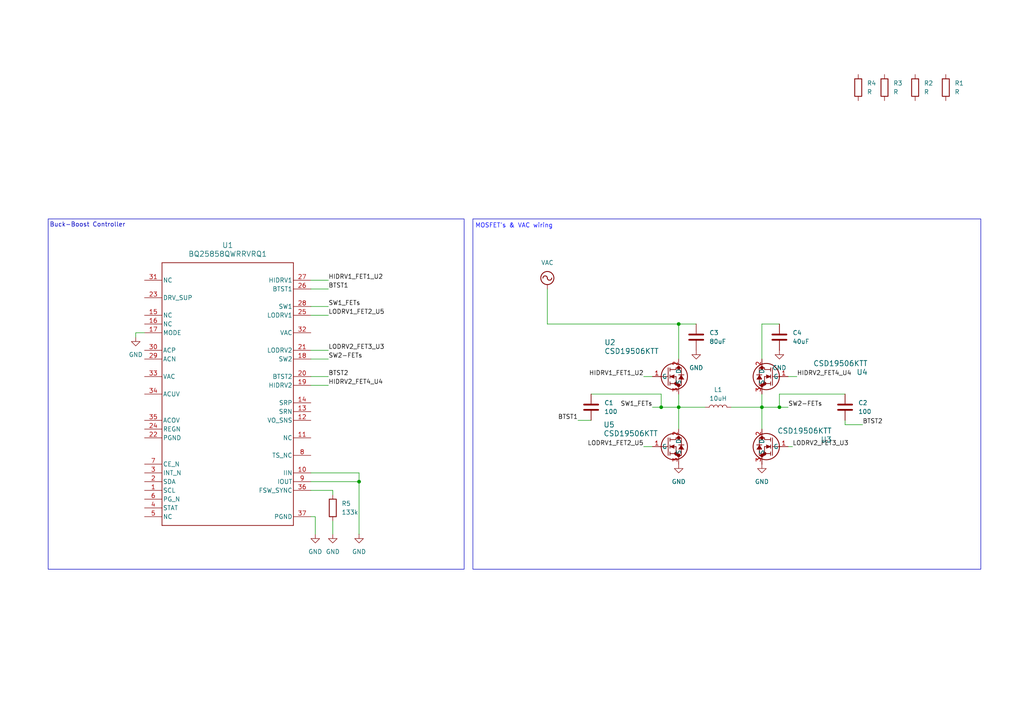
<source format=kicad_sch>
(kicad_sch (version 20250114) (generator "eeschema") (generator_version "9.0")
  (paper "A4")
  (title_block (title "Buck Boost Controller Schematic for LV PSU") (date "2026-02-03") (rev "V1") (company "Formula Student Black Hornets, University of Novi Sad") (comment 1 "Novković Dušan, Nikola Popović"))
  (lib_symbols
    (symbol "Controller_Library:BQ25858QWRRVRQ1" (pin_names (offset 0.254))
      (property "Reference" "U" (at 0 2.54 0))
      (property "Value" "BQ25858QWRRVRQ1" (at 0 0 0))
      (symbol "BQ25858QWRRVRQ1_0_1"
        (polyline (pts (xy 5.08 5.08) (xy 5.08 -71.12)) (stroke (width 0.2032)))
        (polyline (pts (xy 5.08 -71.12) (xy 43.18 -71.12)) (stroke (width 0.2032)))
        (polyline (pts (xy 43.18 5.08) (xy 5.08 5.08)) (stroke (width 0.2032)))
        (polyline (pts (xy 43.18 -71.12) (xy 43.18 5.08)) (stroke (width 0.2032)))
        (pin unspecified line (at 0 0 0) (length 5.08) (name "NC") (number "31"))
        (pin power_in line (at 0 -5.08 0) (length 5.08) (name "DRV_SUP") (number "23"))
        (pin unspecified line (at 0 -10.16 0) (length 5.08) (name "NC") (number "15"))
        (pin unspecified line (at 0 -12.7 0) (length 5.08) (name "NC") (number "16"))
        (pin unspecified line (at 0 -15.24 0) (length 5.08) (name "MODE") (number "17"))
        (pin unspecified line (at 0 -20.32 0) (length 5.08) (name "ACP") (number "30"))
        (pin unspecified line (at 0 -22.86 0) (length 5.08) (name "ACN") (number "29"))
        (pin power_in line (at 0 -27.94 0) (length 5.08) (name "VAC") (number "33"))
        (pin unspecified line (at 0 -33.02 0) (length 5.08) (name "ACUV") (number "34"))
        (pin unspecified line (at 0 -40.64 0) (length 5.08) (name "ACOV") (number "35"))
        (pin power_in line (at 0 -43.18 0) (length 5.08) (name "REGN") (number "24"))
        (pin power_in line (at 0 -45.72 0) (length 5.08) (name "PGND") (number "22"))
        (pin input line (at 0 -53.34 0) (length 5.08) (name "CE_N") (number "7"))
        (pin open_collector line (at 0 -55.88 0) (length 5.08) (name "INT_N") (number "3"))
        (pin bidirectional line (at 0 -58.42 0) (length 5.08) (name "SDA") (number "2"))
        (pin input line (at 0 -60.96 0) (length 5.08) (name "SCL") (number "1"))
        (pin open_collector line (at 0 -63.5 0) (length 5.08) (name "PG_N") (number "6"))
        (pin open_collector line (at 0 -66.04 0) (length 5.08) (name "STAT") (number "4"))
        (pin unspecified line (at 0 -68.58 0) (length 5.08) (name "NC") (number "5"))
        (pin unspecified line (at 48.26 0 180) (length 5.08) (name "HIDRV1") (number "27"))
        (pin power_in line (at 48.26 -2.54 180) (length 5.08) (name "BTST1") (number "26"))
        (pin unspecified line (at 48.26 -7.62 180) (length 5.08) (name "SW1") (number "28"))
        (pin unspecified line (at 48.26 -10.16 180) (length 5.08) (name "LODRV1") (number "25"))
        (pin power_in line (at 48.26 -15.24 180) (length 5.08) (name "VAC") (number "32"))
        (pin unspecified line (at 48.26 -20.32 180) (length 5.08) (name "LODRV2") (number "21"))
        (pin unspecified line (at 48.26 -22.86 180) (length 5.08) (name "SW2") (number "18"))
        (pin power_in line (at 48.26 -27.94 180) (length 5.08) (name "BTST2") (number "20"))
        (pin unspecified line (at 48.26 -30.48 180) (length 5.08) (name "HIDRV2") (number "19"))
        (pin unspecified line (at 48.26 -35.56 180) (length 5.08) (name "SRP") (number "14"))
        (pin unspecified line (at 48.26 -38.1 180) (length 5.08) (name "SRN") (number "13"))
        (pin input line (at 48.26 -40.64 180) (length 5.08) (name "VO_SNS") (number "12"))
        (pin unspecified line (at 48.26 -45.72 180) (length 5.08) (name "NC") (number "11"))
        (pin unspecified line (at 48.26 -50.8 180) (length 5.08) (name "TS_NC") (number "8"))
        (pin unspecified line (at 48.26 -55.88 180) (length 5.08) (name "IIN") (number "10"))
        (pin unspecified line (at 48.26 -58.42 180) (length 5.08) (name "IOUT") (number "9"))
        (pin input line (at 48.26 -60.96 180) (length 5.08) (name "FSW_SYNC") (number "36"))
        (pin power_in line (at 48.26 -68.58 180) (length 5.08) (name "PGND") (number "37"))
      )
    )
    (symbol "Controller_Library:CSD19506KTT" (pin_names (offset 0.254))
      (property "Reference" "U" (at 11.43 1.905 0))
      (property "Value" "CSD19506KTT" (at 11.43 -2.54 0))
      (symbol "CSD19506KTT_0_1"
        (polyline (pts (xy 2.54 0) (xy 4.445 0)) (stroke (width 0.2032)))
        (polyline (pts (xy 4.572 -2.54) (xy 4.572 2.54)) (stroke (width 0.2032)))
        (polyline (pts (xy 5.08 2.032) (xy 6.858 2.032)) (stroke (width 0.2032)))
        (polyline (pts (xy 5.08 1.524) (xy 5.08 2.54)) (stroke (width 0.2032)))
        (polyline (pts (xy 5.08 -0.508) (xy 5.08 0.508)) (stroke (width 0.2032)))
        (polyline (pts (xy 5.08 -2.032) (xy 6.858 -2.032)) (stroke (width 0.2032)))
        (polyline (pts (xy 5.08 -2.54) (xy 5.08 -1.524)) (stroke (width 0.2032)))
        (polyline (pts (xy 6.35 0.508) (xy 5.08 0) (xy 6.35 -0.508)) (fill (type outline)))
        (polyline (pts (xy 6.35 0) (xy 6.858 0)) (stroke (width 0.2032)))
        (circle (center 6.35 0) (radius 3.81) (stroke (width 0.254)))
        (polyline (pts (xy 6.858 2.54) (xy 8.382 2.54)) (stroke (width 0.2032)))
        (polyline (pts (xy 6.858 2.032) (xy 6.858 2.54)) (stroke (width 0.2032)))
        (circle (center 6.858 -2.032) (radius 0.0254) (stroke (width 0.508)))
        (polyline (pts (xy 6.858 -2.54) (xy 6.858 0)) (stroke (width 0.2032)))
        (polyline (pts (xy 6.858 -2.54) (xy 8.382 -2.54)) (stroke (width 0.2032)))
        (circle (center 7.62 2.54) (radius 0.0254) (stroke (width 0.508)))
        (circle (center 7.62 -2.54) (radius 0.0254) (stroke (width 0.508)))
        (polyline (pts (xy 8.382 0.508) (xy 8.382 2.54)) (stroke (width 0.2032)))
        (polyline (pts (xy 8.382 -2.54) (xy 8.382 -0.762)) (stroke (width 0.2032)))
        (polyline (pts (xy 9.144 0.508) (xy 7.62 0.508)) (stroke (width 0.2032)))
        (polyline (pts (xy 9.144 -0.762) (xy 7.62 -0.762) (xy 8.382 0.508)) (fill (type outline)))
        (pin unspecified line (at 0 0 0) (length 2.54) (name "G") (number "1"))
        (pin unspecified line (at 7.62 5.08 270) (length 2.54) (name "D") (number "2"))
        (pin unspecified line (at 7.62 -5.08 90) (length 2.54) (name "S") (number "3"))
      )
    )
    (symbol "Device:C" (pin_numbers (hide yes)) (pin_names (offset 0.254))
      (property "Reference" "C" (at 0.635 2.54 0))
      (property "Value" "C" (at 0.635 -2.54 0))
      (symbol "C_0_1"
        (polyline (pts (xy -2.032 0.762) (xy 2.032 0.762)) (stroke (width 0.508)))
        (polyline (pts (xy -2.032 -0.762) (xy 2.032 -0.762)) (stroke (width 0.508)))
      )
      (symbol "C_1_1"
        (pin passive line (at 0 3.81 270) (length 2.794) (name "~") (number "1"))
        (pin passive line (at 0 -3.81 90) (length 2.794) (name "~") (number "2"))
      )
    )
    (symbol "Device:L" (pin_numbers (hide yes)) (pin_names (offset 1.016) (hide yes))
      (property "Reference" "L" (at -1.27 0 90))
      (property "Value" "L" (at 1.905 0 90))
      (symbol "L_0_1"
        (arc (start 0 2.54) (mid 0.6323 1.905) (end 0 1.27))
        (arc (start 0 1.27) (mid 0.6323 0.635) (end 0 0))
        (arc (start 0 0) (mid 0.6323 -0.635) (end 0 -1.27))
        (arc (start 0 -1.27) (mid 0.6323 -1.905) (end 0 -2.54))
      )
      (symbol "L_1_1"
        (pin passive line (at 0 3.81 270) (length 1.27) (name "1") (number "1"))
        (pin passive line (at 0 -3.81 90) (length 1.27) (name "2") (number "2"))
      )
    )
    (symbol "Device:R" (pin_numbers (hide yes)) (pin_names (offset 0))
      (property "Reference" "R" (at 2.032 0 90))
      (property "Value" "R" (at 0 0 90))
      (symbol "R_0_1"
        (rectangle (start -1.016 -2.54) (end 1.016 2.54) (stroke (width 0.254)))
      )
      (symbol "R_1_1"
        (pin passive line (at 0 3.81 270) (length 1.27) (name "~") (number "1"))
        (pin passive line (at 0 -3.81 90) (length 1.27) (name "~") (number "2"))
      )
    )
    (symbol "power:GND" (power) (pin_numbers (hide yes)) (pin_names (offset 0) (hide yes))
      (property "Value" "GND" (at 0 -3.81 0))
      (symbol "GND_0_1"
        (polyline (pts (xy 0 0) (xy 0 -1.27) (xy 1.27 -1.27) (xy 0 -2.54) (xy -1.27 -1.27) (xy 0 -1.27)))
      )
      (symbol "GND_1_1"
        (pin power_in line (at 0 0 270) (length 0) (name "~") (number "1"))
      )
    )
    (symbol "power:VAC" (power) (pin_numbers (hide yes)) (pin_names (offset 0) (hide yes))
      (property "Value" "VAC" (at 0 6.35 0))
      (symbol "VAC_0_1"
        (arc (start -1.27 3.175) (mid -0.635 3.8073) (end 0 3.175) (stroke (width 0.254)))
        (circle (center 0 3.175) (radius 1.905) (stroke (width 0.254)))
        (polyline (pts (xy 0 0) (xy 0 1.27)))
        (arc (start 1.27 3.175) (mid 0.635 2.5427) (end 0 3.175) (stroke (width 0.254)))
      )
      (symbol "VAC_1_1"
        (pin power_in line (at 0 0 90) (length 0) (name "~") (number "1"))
      )
    )
  )
  (rectangle (start 13.97 63.5) (end 134.62 165.1))
  (rectangle (start 137.16 63.5) (end 284.48 165.1))
  (text "MOSFET's & VAC wiring" (at 149.098 65.532 0) (effects (font (size 1.27 1.27))))
  (text "Buck-Boost Controller" (at 25.4 65.278 0) (effects (font (size 1.27 1.27))))
  (junction (at 196.85 118.11))
  (junction (at 226.06 118.11))
  (junction (at 104.14 139.7))
  (junction (at 220.98 118.11))
  (junction (at 191.77 118.11))
  (junction (at 196.85 93.98))
  (wire (pts (xy 90.17 142.24) (xy 96.52 142.24)))
  (wire (pts (xy 229.87 129.54) (xy 228.6 129.54)))
  (wire (pts (xy 91.44 149.86) (xy 90.17 149.86)))
  (wire (pts (xy 231.14 109.22) (xy 228.6 109.22)))
  (wire (pts (xy 90.17 139.7) (xy 104.14 139.7)))
  (wire (pts (xy 226.06 114.3) (xy 245.11 114.3)))
  (wire (pts (xy 191.77 118.11) (xy 196.85 118.11)))
  (wire (pts (xy 90.17 137.16) (xy 104.14 137.16)))
  (wire (pts (xy 90.17 81.28) (xy 95.25 81.28)))
  (wire (pts (xy 96.52 151.13) (xy 96.52 154.94)))
  (wire (pts (xy 196.85 93.98) (xy 201.93 93.98)))
  (wire (pts (xy 189.23 118.11) (xy 191.77 118.11)))
  (wire (pts (xy 158.75 93.98) (xy 158.75 83.82)))
  (wire (pts (xy 91.44 149.86) (xy 91.44 154.94)))
  (wire (pts (xy 167.64 121.92) (xy 171.45 121.92)))
  (wire (pts (xy 104.14 139.7) (xy 104.14 154.94)))
  (wire (pts (xy 171.45 114.3) (xy 191.77 114.3)))
  (wire (pts (xy 226.06 118.11) (xy 228.6 118.11)))
  (wire (pts (xy 220.98 93.98) (xy 220.98 104.14)))
  (wire (pts (xy 196.85 114.3) (xy 196.85 118.11)))
  (wire (pts (xy 212.09 118.11) (xy 220.98 118.11)))
  (wire (pts (xy 196.85 118.11) (xy 196.85 124.46)))
  (wire (pts (xy 186.69 129.54) (xy 189.23 129.54)))
  (wire (pts (xy 90.17 104.14) (xy 95.25 104.14)))
  (wire (pts (xy 95.25 83.82) (xy 90.17 83.82)))
  (wire (pts (xy 90.17 111.76) (xy 95.25 111.76)))
  (wire (pts (xy 220.98 93.98) (xy 226.06 93.98)))
  (wire (pts (xy 220.98 118.11) (xy 220.98 124.46)))
  (wire (pts (xy 41.91 96.52) (xy 39.37 96.52)))
  (wire (pts (xy 96.52 142.24) (xy 96.52 143.51)))
  (wire (pts (xy 39.37 96.52) (xy 39.37 97.79)))
  (wire (pts (xy 90.17 88.9) (xy 95.25 88.9)))
  (wire (pts (xy 220.98 114.3) (xy 220.98 118.11)))
  (wire (pts (xy 90.17 91.44) (xy 95.25 91.44)))
  (wire (pts (xy 220.98 118.11) (xy 226.06 118.11)))
  (wire (pts (xy 204.47 118.11) (xy 196.85 118.11)))
  (wire (pts (xy 226.06 118.11) (xy 226.06 114.3)))
  (wire (pts (xy 104.14 137.16) (xy 104.14 139.7)))
  (wire (pts (xy 95.25 109.22) (xy 90.17 109.22)))
  (wire (pts (xy 191.77 118.11) (xy 191.77 114.3)))
  (wire (pts (xy 196.85 93.98) (xy 196.85 104.14)))
  (wire (pts (xy 245.11 123.19) (xy 250.19 123.19)))
  (wire (pts (xy 186.69 109.22) (xy 189.23 109.22)))
  (wire (pts (xy 90.17 101.6) (xy 95.25 101.6)))
  (wire (pts (xy 245.11 123.19) (xy 245.11 121.92)))
  (wire (pts (xy 196.85 93.98) (xy 158.75 93.98)))
  (label "HIDRV2_FET4_U4" (at 231.14 109.22 0))
  (label "HIDRV1_FET1_U2" (at 186.69 109.22 180))
  (label "LODRV1_FET2_U5" (at 95.25 91.44 0))
  (label "SW1_FETs" (at 189.23 118.11 180))
  (label "SW2-FETs" (at 228.6 118.11 0))
  (label "" (at 171.45 121.92 0))
  (label "BTST2" (at 250.19 123.19 0))
  (label "BTST1" (at 95.25 83.82 0))
  (label "SW2-FETs" (at 95.25 104.14 0))
  (label "LODRV1_FET2_U5" (at 186.69 129.54 180))
  (label "SW1_FETs" (at 95.25 88.9 0))
  (label "HIDRV1_FET1_U2" (at 95.25 81.28 0))
  (label "BTST2" (at 95.25 109.22 0))
  (label "HIDRV2_FET4_U4" (at 95.25 111.76 0))
  (label "LODRV2_FET3_U3" (at 95.25 101.6 0))
  (label "LODRV2_FET3_U3" (at 229.87 129.54 0))
  (label "BTST1" (at 167.64 121.92 180))
  (symbol (lib_id "Device:L") (at 208.28 118.11 90) (unit 1)
    (property "Reference" "L1" (at 208.28 113.03 90))
    (property "Value" "10uH" (at 208.28 115.57 90))
    (property "Description" "Inductor" (effects (hide yes)))
  )
  (symbol (lib_id "Device:R") (at 248.92 25.4 0) (unit 1)
    (property "Reference" "R4" (at 251.46 24.1299 0) (effects (justify left)))
    (property "Value" "R" (at 251.46 26.6699 0) (effects (justify left)))
    (property "Description" "Resistor" (effects (hide yes)))
  )
  (symbol (lib_id "power:GND") (at 226.06 101.6 0) (unit 1)
    (property "Reference" "#PWR08" (effects (hide yes)))
    (property "Value" "GND" (at 226.06 106.68 0))
    (property "Description" "Power symbol creates a global label with name \"GND\" , ground" (effects (hide yes)))
  )
  (symbol (lib_id "Device:C") (at 171.45 118.11 0) (unit 1)
    (property "Reference" "C1" (at 175.26 116.8399 0) (effects (justify left)))
    (property "Value" "100" (at 175.26 119.3799 0) (effects (justify left)))
    (property "Description" "Unpolarized capacitor" (effects (hide yes)))
  )
  (symbol (lib_id "Controller_Library:CSD19506KTT") (at 189.23 129.54 0) (unit 1)
    (property "Reference" "U5" (at 175.006 123.19 0) (effects (font (size 1.524 1.524)) (justify left)))
    (property "Value" "CSD19506KTT" (at 175.006 125.73 0) (effects (font (size 1.524 1.524)) (justify left)))
    (property "Footprint" "DDPAK/TO-263_KTT_TEX" (effects (hide yes)))
    (property "Datasheet" "https://www.ti.com/lit/gpn/csd19506ktt" (effects (hide yes)))
  )
  (symbol (lib_id "Device:C") (at 245.11 118.11 0) (unit 1)
    (property "Reference" "C2" (at 248.92 116.8399 0) (effects (justify left)))
    (property "Value" "100" (at 248.92 119.3799 0) (effects (justify left)))
    (property "Description" "Unpolarized capacitor" (effects (hide yes)))
  )
  (symbol (lib_id "Device:R") (at 274.32 25.4 0) (unit 1)
    (property "Reference" "R1" (at 276.86 24.1299 0) (effects (justify left)))
    (property "Value" "R" (at 276.86 26.6699 0) (effects (justify left)))
    (property "Description" "Resistor" (effects (hide yes)))
  )
  (symbol (lib_id "Device:C") (at 226.06 97.79 0) (unit 1)
    (property "Reference" "C4" (at 229.87 96.5199 0) (effects (justify left)))
    (property "Value" "40uF" (at 229.87 99.0599 0) (effects (justify left)))
    (property "Description" "Unpolarized capacitor" (effects (hide yes)))
  )
  (symbol (lib_id "power:GND") (at 91.44 154.94 0) (unit 1)
    (property "Reference" "#PWR01" (effects (hide yes)))
    (property "Value" "GND" (at 91.44 160.02 0))
    (property "Description" "Power symbol creates a global label with name \"GND\" , ground" (effects (hide yes)))
  )
  (symbol (lib_id "Controller_Library:CSD19506KTT") (at 228.6 109.22 0) (mirror y) (unit 1)
    (property "Reference" "U4" (at 251.714 107.95 0) (effects (font (size 1.524 1.524)) (justify left)))
    (property "Value" "CSD19506KTT" (at 251.714 105.41 0) (effects (font (size 1.524 1.524)) (justify left)))
    (property "Footprint" "DDPAK/TO-263_KTT_TEX" (effects (hide yes)))
    (property "Datasheet" "https://www.ti.com/lit/gpn/csd19506ktt" (effects (hide yes)))
  )
  (symbol (lib_id "power:GND") (at 39.37 97.79 0) (unit 1)
    (property "Reference" "#PWR04" (effects (hide yes)))
    (property "Value" "GND" (at 39.37 102.87 0))
    (property "Description" "Power symbol creates a global label with name \"GND\" , ground" (effects (hide yes)))
  )
  (symbol (lib_id "Device:R") (at 265.43 25.4 0) (unit 1)
    (property "Reference" "R2" (at 267.97 24.1299 0) (effects (justify left)))
    (property "Value" "R" (at 267.97 26.6699 0) (effects (justify left)))
    (property "Description" "Resistor" (effects (hide yes)))
  )
  (symbol (lib_id "Device:R") (at 96.52 147.32 0) (unit 1)
    (property "Reference" "R5" (at 99.06 146.0499 0) (effects (justify left)))
    (property "Value" "133k" (at 99.06 148.5899 0) (effects (justify left)))
    (property "Description" "Resistor" (effects (hide yes)))
  )
  (symbol (lib_id "power:GND") (at 196.85 134.62 0) (unit 1)
    (property "Reference" "#PWR05" (effects (hide yes)))
    (property "Value" "GND" (at 196.85 139.7 0))
    (property "Description" "Power symbol creates a global label with name \"GND\" , ground" (effects (hide yes)))
  )
  (symbol (lib_id "Controller_Library:CSD19506KTT") (at 228.6 129.54 0) (mirror y) (unit 1)
    (property "Reference" "U3" (at 241.3 127.508 0) (effects (font (size 1.524 1.524)) (justify left)))
    (property "Value" "CSD19506KTT" (at 241.3 124.968 0) (effects (font (size 1.524 1.524)) (justify left)))
    (property "Footprint" "DDPAK/TO-263_KTT_TEX" (effects (hide yes)))
    (property "Datasheet" "https://www.ti.com/lit/gpn/csd19506ktt" (effects (hide yes)))
  )
  (symbol (lib_id "Controller_Library:BQ25858QWRRVRQ1") (at 41.91 81.28 0) (unit 1)
    (property "Reference" "U1" (at 66.04 71.12 0) (effects (font (size 1.524 1.524))))
    (property "Value" "BQ25858QWRRVRQ1" (at 66.04 73.66 0) (effects (font (size 1.524 1.524))))
    (property "Footprint" "RRV0036B-IPC_A" (effects (hide yes)))
    (property "Datasheet" "https://www.ti.com/lit/gpn/bq25858-q1" (effects (hide yes)))
  )
  (symbol (lib_id "power:GND") (at 96.52 154.94 0) (unit 1)
    (property "Reference" "#PWR02" (effects (hide yes)))
    (property "Value" "GND" (at 96.52 160.02 0))
    (property "Description" "Power symbol creates a global label with name \"GND\" , ground" (effects (hide yes)))
  )
  (symbol (lib_id "Device:R") (at 256.54 25.4 0) (unit 1)
    (property "Reference" "R3" (at 259.08 24.1299 0) (effects (justify left)))
    (property "Value" "R" (at 259.08 26.6699 0) (effects (justify left)))
    (property "Description" "Resistor" (effects (hide yes)))
  )
  (symbol (lib_id "Device:C") (at 201.93 97.79 0) (unit 1)
    (property "Reference" "C3" (at 205.74 96.5199 0) (effects (justify left)))
    (property "Value" "80uF" (at 205.74 99.0599 0) (effects (justify left)))
    (property "Description" "Unpolarized capacitor" (effects (hide yes)))
  )
  (symbol (lib_id "power:GND") (at 201.93 101.6 0) (unit 1)
    (property "Reference" "#PWR07" (effects (hide yes)))
    (property "Value" "GND" (at 201.93 106.68 0))
    (property "Description" "Power symbol creates a global label with name \"GND\" , ground" (effects (hide yes)))
  )
  (symbol (lib_id "Controller_Library:CSD19506KTT") (at 189.23 109.22 0) (unit 1)
    (property "Reference" "U2" (at 175.26 99.314 0) (effects (font (size 1.524 1.524)) (justify left)))
    (property "Value" "CSD19506KTT" (at 175.26 101.854 0) (effects (font (size 1.524 1.524)) (justify left)))
    (property "Footprint" "DDPAK/TO-263_KTT_TEX" (effects (hide yes)))
    (property "Datasheet" "https://www.ti.com/lit/gpn/csd19506ktt" (effects (hide yes)))
  )
  (symbol (lib_id "power:GND") (at 104.14 154.94 0) (unit 1)
    (property "Reference" "#PWR03" (effects (hide yes)))
    (property "Value" "GND" (at 104.14 160.02 0))
    (property "Description" "Power symbol creates a global label with name \"GND\" , ground" (effects (hide yes)))
  )
  (symbol (lib_id "power:GND") (at 220.98 134.62 0) (unit 1)
    (property "Reference" "#PWR06" (effects (hide yes)))
    (property "Value" "GND" (at 220.98 139.7 0))
    (property "Description" "Power symbol creates a global label with name \"GND\" , ground" (effects (hide yes)))
  )
  (symbol (lib_id "power:VAC") (at 158.75 83.82 0) (unit 1)
    (property "Reference" "#PWR09" (effects (hide yes)))
    (property "Value" "VAC" (at 158.75 76.2 0))
    (property "Description" "Power symbol creates a global label with name \"VAC\"" (effects (hide yes)))
  )
)
</source>
